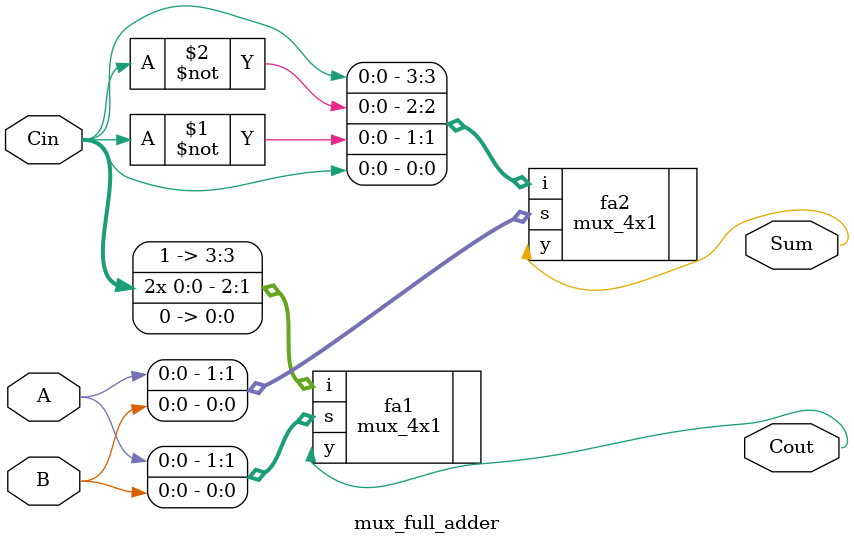
<source format=v>
module mux_full_adder(Sum, Cout, A, B, Cin);
    input A, B, Cin;
    output Sum, Cout;

    mux_4x1 fa1(
        .y(Cout),
        .i({1'b1, Cin, Cin, 1'b0}), // from shannon's decomposition method 
        .s({A, B})  // { } since s is 2 bits
    );

    mux_4x1 fa2(
        .y(Sum),
        .i({Cin, ~Cin, ~Cin, Cin}), 
        .s({A, B})  
    );
endmodule

</source>
